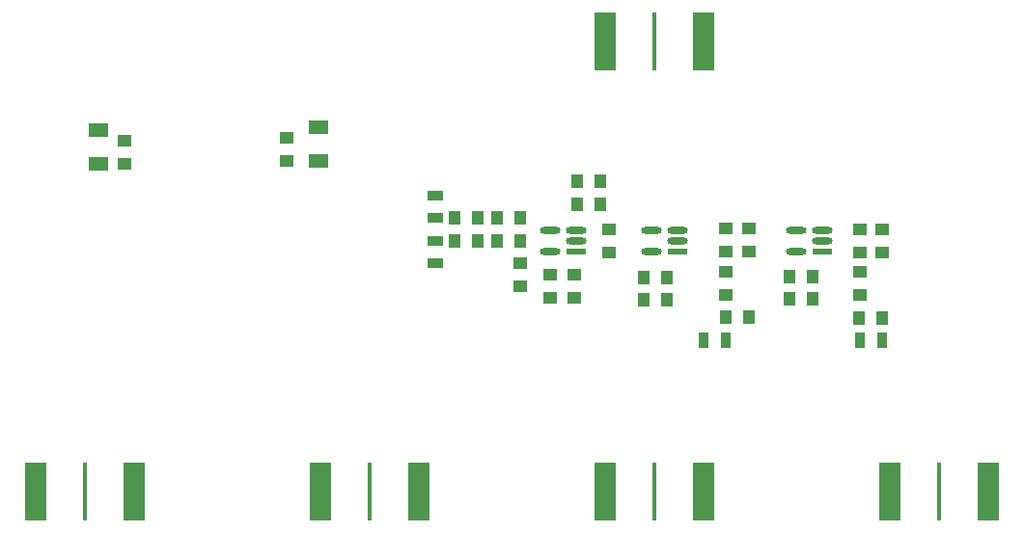
<source format=gtp>
G04*
G04 #@! TF.GenerationSoftware,Altium Limited,Altium Designer,26.1.1 (7)*
G04*
G04 Layer_Color=8421504*
%FSLAX44Y44*%
%MOMM*%
G71*
G04*
G04 #@! TF.SameCoordinates,A118C6E1-3479-42CE-8D72-1BDF69DDE12E*
G04*
G04*
G04 #@! TF.FilePolarity,Positive*
G04*
G01*
G75*
%ADD15R,1.8000X1.1500*%
%ADD16R,1.9050X5.0800*%
G04:AMPARAMS|DCode=17|XSize=1.8052mm|YSize=0.6121mm|CornerRadius=0.3061mm|HoleSize=0mm|Usage=FLASHONLY|Rotation=180.000|XOffset=0mm|YOffset=0mm|HoleType=Round|Shape=RoundedRectangle|*
%AMROUNDEDRECTD17*
21,1,1.8052,0.0000,0,0,180.0*
21,1,1.1931,0.6121,0,0,180.0*
1,1,0.6121,-0.5966,0.0000*
1,1,0.6121,0.5966,0.0000*
1,1,0.6121,0.5966,0.0000*
1,1,0.6121,-0.5966,0.0000*
%
%ADD17ROUNDEDRECTD17*%
%ADD18R,1.0160X1.2700*%
%ADD19R,1.2700X1.0160*%
%ADD20R,1.4500X0.9500*%
%ADD21R,0.4500X5.0800*%
%ADD22R,1.8052X0.6121*%
%ADD23R,0.9500X1.4500*%
D15*
X137500Y345000D02*
D03*
Y315000D02*
D03*
X330000Y317500D02*
D03*
Y347500D02*
D03*
D16*
X668180Y422500D02*
D03*
D03*
X581820D02*
D03*
X918180Y27500D02*
D03*
X831820D02*
D03*
D03*
X668180D02*
D03*
X581820D02*
D03*
D03*
X418180D02*
D03*
X331820D02*
D03*
D03*
X168180D02*
D03*
X81820D02*
D03*
D03*
D17*
X772500Y247500D02*
D03*
X645000D02*
D03*
X556505Y247500D02*
D03*
X772500Y257000D02*
D03*
X749490D02*
D03*
Y238000D02*
D03*
X621990Y257000D02*
D03*
Y238000D02*
D03*
X645000Y257000D02*
D03*
X533495Y238000D02*
D03*
Y257000D02*
D03*
X556505D02*
D03*
D18*
X577660Y280000D02*
D03*
X825160Y180000D02*
D03*
X764160Y216500D02*
D03*
X707660Y180500D02*
D03*
X635660Y215500D02*
D03*
X615340D02*
D03*
Y195500D02*
D03*
X635660D02*
D03*
X687340Y180500D02*
D03*
X743840Y216500D02*
D03*
Y196500D02*
D03*
X764160D02*
D03*
X577660Y300000D02*
D03*
X804840Y180000D02*
D03*
X507660Y247500D02*
D03*
Y267500D02*
D03*
X557340Y280000D02*
D03*
Y300000D02*
D03*
X470160Y247500D02*
D03*
X449840D02*
D03*
X470160Y267500D02*
D03*
X449840D02*
D03*
X487340Y247500D02*
D03*
Y267500D02*
D03*
D19*
X533700Y197340D02*
D03*
X302500Y337660D02*
D03*
X160000Y335160D02*
D03*
X302500Y317340D02*
D03*
X160000Y314840D02*
D03*
X687500Y200340D02*
D03*
Y220660D02*
D03*
Y237840D02*
D03*
Y258160D02*
D03*
X707500Y237840D02*
D03*
Y258160D02*
D03*
X805000Y237340D02*
D03*
X825000D02*
D03*
X805000Y220160D02*
D03*
X585000Y237340D02*
D03*
X507500Y207340D02*
D03*
X805000Y257660D02*
D03*
X825000D02*
D03*
X554650Y197340D02*
D03*
X805000Y199840D02*
D03*
X507500Y227660D02*
D03*
X533700Y217660D02*
D03*
X554650D02*
D03*
X585000Y257660D02*
D03*
D20*
X432500Y287250D02*
D03*
Y227750D02*
D03*
Y247250D02*
D03*
Y267750D02*
D03*
D21*
X625000Y422500D02*
D03*
Y27500D02*
D03*
X875000D02*
D03*
X375000D02*
D03*
X125000D02*
D03*
D22*
X772500Y238000D02*
D03*
X645000D02*
D03*
X556505Y238000D02*
D03*
D23*
X687250Y160000D02*
D03*
X667750D02*
D03*
X824750D02*
D03*
X805250D02*
D03*
M02*

</source>
